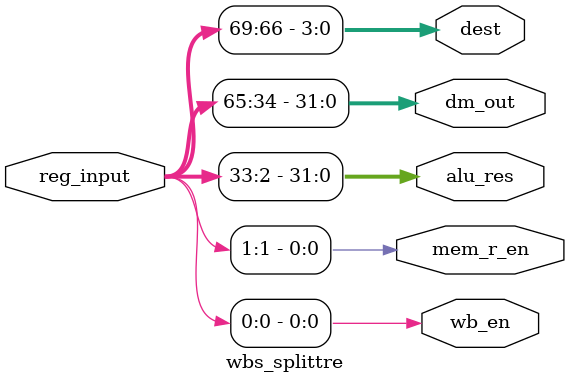
<source format=v>
`timescale 1ns / 1ps

module exe_splittre(
    input [159:0] reg_input,
    output [3:0] rn,
    output [3:0] rm,
    output [3:0] mux_reg,
    output two_src,
    output wb_en,
    output mem_r_en,
    output mem_w_en,
    output [3:0] exe_cmd,
    output b,
    output s_out,
    output [31:0] pc_out,
    output imm,
    output [11:0] shift_op,
    output [23:0] signed_imm,
    output [3:0] dest,
    output [31:0] rn_value,
    output [31:0] rm_value,
    output carry_in
    );

    assign rn = reg_input[3:0];
    assign rm = reg_input[7:4];
    assign mux_reg = reg_input[11:8];
    assign two_src = reg_input[12];
    assign wb_en = reg_input[13];
    assign mem_r_en = reg_input[14];
    assign mem_w_en = reg_input[15];
    assign exe_cmd = reg_input[19:16];
    assign b = reg_input[20];
    assign s_out = reg_input[21];
    assign pc_out = reg_input[53:22];
    assign imm = reg_input[54];
    assign shift_op = reg_input[66:55];
    assign signed_imm = reg_input[90:67];
    assign dest = reg_input[94:91];
    assign rn_value = reg_input[126:95];
    assign rm_value = reg_input[158:127];
    assign carry_in = reg_input[159];
endmodule


module ms_splittre(
    input [70:0] reg_input,
    output wb_en,
    output mem_r_en,
    output mem_w_en,
    output [31:0] alu_res,
    output [31:0] rm_value,
    output [3:0] dest
);

    assign wb_en = reg_input[0];
    assign mem_r_en = reg_input[1];
    assign mem_w_en = reg_input[2];
    assign alu_res = reg_input[34:3];
    assign rm_value = reg_input[66:35];
    assign dest = reg_input[70:67];

endmodule

module wbs_splittre(
    input [69:0] reg_input,
    output wb_en,
    output mem_r_en,
    output [31:0] alu_res,
    output [31:0] dm_out,
    output [3:0] dest
);

    assign wb_en = reg_input[0];
    assign mem_r_en = reg_input[1];
    assign alu_res = reg_input[33:2];
    assign dm_out = reg_input[65:34];
    assign dest = reg_input[69:66];

endmodule
</source>
